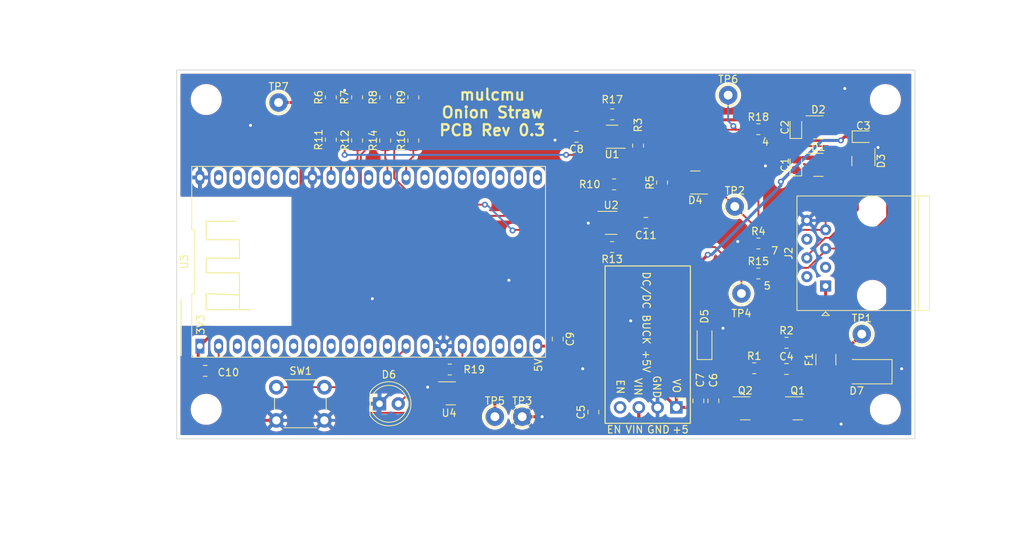
<source format=kicad_pcb>
(kicad_pcb (version 20211014) (generator pcbnew)
  (layers (0 "F.Cu" signal) (31 "B.Cu" signal) (34 "B.Paste" user) (35 "F.Paste" user) (36 "B.SilkS" user "B.Silkscreen") (37 "F.SilkS" user "F.Silkscreen") (38 "B.Mask" user) (39 "F.Mask" user) (44 "Edge.Cuts" user))
  (net 0 "")
  (net 1 "+5V")
  (net 2 "Net-(C4-Pad2)")
  (net 3 "GEA_HalfDplx")
  (net 4 "GEA_FullRx")
  (net 5 "GEA_FullTx")
  (net 7 "Net-(D4-Pad2)")
  (net 8 "Net-(D4-Pad3)")
  (net 9 "VDC")
  (net 14 "Net-(R11-Pad2)")
  (net 15 "Net-(R12-Pad2)")
  (net 16 "Net-(R14-Pad2)")
  (net 17 "Net-(R16-Pad2)")
  (net 18 "Net-(R11-Pad1)")
  (net 19 "Net-(R12-Pad1)")
  (net 20 "Net-(R13-Pad1)")
  (net 21 "Net-(R14-Pad1)")
  (net 22 "Net-(R16-Pad1)")
  (net 23 "Net-(R17-Pad1)")
  (net 24 "Net-(U3-Pad2)")
  (net 34 "Net-(D6-Pad2)")
  (net 36 "Net-(R19-Pad2)")
  (net 53 "GND")
  (net 54 "+3V3")
  (net 55 "/p2")
  (net 56 "/p3")
  (net 57 "/p1")
  (net 58 "Net-(SW1-Pad2)")
  (footprint "TestPoint:TestPoint_THTPad_D2.5mm_Drill1.2mm" (layer "F.Cu") (at 109.7 28.4)
    (fp_text reference "TP6")
    (fp_text value "TestPoint")
  )
  (footprint "Resistor_SMD:R_0805_2012Metric" (layer "F.Cu") (at 55.88 28.702 90)
    (fp_text reference "R6")
    (fp_text value "10K")
  )
  (footprint "Resistor_SMD:R_0805_2012Metric" (layer "F.Cu") (at 93.98 49 180)
    (fp_text reference "R13")
    (fp_text value "10K")
  )
  (footprint "Resistor_SMD:R_0805_2012Metric" (layer "F.Cu") (at 63.246 34.544 90)
    (fp_text reference "R14")
    (fp_text value "1K")
  )
  (footprint "TestPoint:TestPoint_THTPad_D2.5mm_Drill1.2mm" (layer "F.Cu") (at 81.8 72)
    (fp_text reference "TP3")
    (fp_text value "TestPoint")
  )
  (footprint "Capacitor_SMD:C_0805_2012Metric" (layer "F.Cu") (at 117.602 65.532)
    (fp_text reference "C4")
    (fp_text value "1u")
  )
  (footprint "Capacitor_SMD:C_0805_2012Metric" (layer "F.Cu") (at 107.696 69.85 90)
    (fp_text reference "C6")
    (fp_text value "10u")
  )
  (footprint "Capacitor_SMD:C_0805_2012Metric" (layer "F.Cu") (at 86.614 61.468 -90)
    (fp_text reference "C9")
    (fp_text value "100n")
  )
  (footprint "MountingHole:MountingHole_3.2mm_M3_DIN965" (layer "F.Cu") (at 131 29)
    (fp_text reference "H4" hide)
    (fp_text value "MountingHole")
  )
  (footprint "Diode_SMD:D_SMA" (layer "F.Cu") (at 128.5 65.9 180)
    (fp_text reference "D7")
    (fp_text value "D_TVS")
  )
  (footprint "Resistor_SMD:R_0805_2012Metric" (layer "F.Cu") (at 72 65.6)
    (fp_text reference "R19")
    (fp_text value "220")
  )
  (footprint "Resistor_SMD:R_0805_2012Metric" (layer "F.Cu") (at 97.5 35.25 90)
    (fp_text reference "R3")
    (fp_text value "270k")
  )
  (footprint "Resistor_SMD:R_0805_2012Metric" (layer "F.Cu") (at 113.792 33.02)
    (fp_text reference "R18")
    (fp_text value "1K")
  )
  (footprint "Capacitor_SMD:C_0805_2012Metric" (layer "F.Cu") (at 89.154 34.036 180)
    (fp_text reference "C8")
    (fp_text value "100n")
  )
  (footprint "MountingHole:MountingHole_3.2mm_M3_DIN965" (layer "F.Cu") (at 131 71)
    (fp_text reference "H3" hide)
    (fp_text value "MountingHole")
  )
  (footprint "Resistor_SMD:R_0805_2012Metric" (layer "F.Cu") (at 67.056 34.544 90)
    (fp_text reference "R16")
    (fp_text value "1K")
  )
  (footprint "TestPoint:TestPoint_THTPad_D2.5mm_Drill1.2mm" (layer "F.Cu") (at 127.8 60.8)
    (fp_text reference "TP1")
    (fp_text value "TestPoint")
  )
  (footprint "Capacitor_SMD:C_0805_2012Metric" (layer "F.Cu") (at 105.664 69.85 90)
    (fp_text reference "C7")
    (fp_text value "1u")
  )
  (footprint "Connector_RJ:RJ45_Amphenol_54602-x08_Horizontal" (layer "F.Cu") (at 122.9 54.2825 90)
    (fp_text reference "J2")
    (fp_text value "8P8C")
  )
  (footprint "Diode_SMD:D_SOD-123" (layer "F.Cu") (at 106.5 62 90)
    (fp_text reference "D5")
    (fp_text value "5.2V")
  )
  (footprint "LED_THT:LED_D5.0mm" (layer "F.Cu") (at 62.475 70.25)
    (fp_text reference "D6")
    (fp_text value "LED")
  )
  (footprint "MountingHole:MountingHole_3.2mm_M3_DIN965" (layer "F.Cu") (at 39 29)
    (fp_text reference "H1" hide)
    (fp_text value "MountingHole")
  )
  (footprint "Resistor_SMD:R_0805_2012Metric" (layer "F.Cu") (at 94.25 40.5 180)
    (fp_text reference "R10")
    (fp_text value "10K")
  )
  (footprint "Button_Switch_THT:SW_PUSH_6mm_H13mm" (layer "F.Cu") (at 55 72.5 180)
    (fp_text reference "SW1")
    (fp_text value "SW_Push")
  )
  (footprint "Package_TO_SOT_SMD:SOT-23" (layer "F.Cu") (at 119.126 70.866)
    (fp_text reference "Q1")
    (fp_text value "Si2309CDS")
  )
  (footprint "Package_TO_SOT_SMD:SOT-23-6" (layer "F.Cu") (at 93.8475 45.72)
    (fp_text reference "U2")
    (fp_text value "74LVC2G07_3v3")
  )
  (footprint "Resistor_SMD:R_0805_2012Metric" (layer "F.Cu") (at 59.436 28.702 -90)
    (fp_text reference "R7")
    (fp_text value "10K")
  )
  (footprint "Resistor_SMD:R_0805_2012Metric" (layer "F.Cu") (at 113.2345 65.434)
    (fp_text reference "R1")
    (fp_text value "DNP")
  )
  (footprint "Resistor_SMD:R_1210_3225Metric_Pad1.30x2.65mm_HandSolder" (layer "F.Cu") (at 122.936 64.262 90)
    (fp_text reference "F1")
    (fp_text value "Polyfuse")
  )
  (footprint "Package_TO_SOT_SMD:SOT-23" (layer "F.Cu") (at 128.016 37.338 -90)
    (fp_text reference "D3")
    (fp_text value "BAV99")
  )
  (footprint "Resistor_SMD:R_0805_2012Metric" (layer "F.Cu") (at 63.246 28.702 90)
    (fp_text reference "R8")
    (fp_text value "10K")
  )
  (footprint "Resistor_SMD:R_0805_2012Metric" (layer "F.Cu") (at 113.792 48.514)
    (fp_text reference "R4")
    (fp_text value "1K")
  )
  (footprint "Resistor_SMD:R_0805_2012Metric" (layer "F.Cu") (at 94 31 180)
    (fp_text reference "R17")
    (fp_text value "270k")
  )
  (footprint "Resistor_SMD:R_0805_2012Metric" (layer "F.Cu") (at 55.88 34.4405 90)
    (fp_text reference "R11")
    (fp_text value "1K")
  )
  (footprint "TestPoint:TestPoint_THTPad_D2.5mm_Drill1.2mm" (layer "F.Cu") (at 78.1 72)
    (fp_text reference "TP5")
    (fp_text value "TestPoint")
  )
  (footprint "Package_TO_SOT_SMD:SOT-23" (layer "F.Cu") (at 105.25 40.25 180)
    (fp_text reference "D4")
    (fp_text value "BAV99")
  )
  (footprint "Package_TO_SOT_SMD:SOT-23" (layer "F.Cu") (at 72.136 68.834)
    (fp_text reference "U4")
    (fp_text value "APX803L")
  )
  (footprint "Capacitor_Tantalum_SMD:CP_EIA-1608-10_AVX-L" (layer "F.Cu") (at 128.016 34.036)
    (fp_text reference "C3")
    (fp_text value "100n")
  )
  (footprint "TestPoint:TestPoint_THTPad_D2.5mm_Drill1.2mm" (layer "F.Cu") (at 48.8 29.4)
    (fp_text reference "TP7")
    (fp_text value "TestPoint")
  )
  (footprint "MountingHole:MountingHole_3.2mm_M3_DIN965" (layer "F.Cu") (at 39 71)
    (fp_text reference "H2" hide)
    (fp_text value "MountingHole")
  )
  (footprint "Package_TO_SOT_SMD:SOT-23-6" (layer "F.Cu") (at 93.98 34.036 180)
    (fp_text reference "U1")
    (fp_text value "74LVC2G07")
  )
  (footprint "Resistor_SMD:R_0805_2012Metric" (layer "F.Cu") (at 59.436 34.544 90)
    (fp_text reference "R12")
    (fp_text value "1K")
  )
  (footprint "Capacitor_Tantalum_SMD:CP_EIA-1608-10_AVX-L" (layer "F.Cu") (at 118.872 37.846 90)
    (fp_text reference "C1")
    (fp_text value "100n")
  )
  (footprint "Resistor_SMD:R_0805_2012Metric" (layer "F.Cu") (at 67.056 28.702 90)
    (fp_text reference "R9")
    (fp_text value "10K")
  )
  (footprint "Capacitor_Tantalum_SMD:CP_EIA-1608-10_AVX-L" (layer "F.Cu") (at 118.872 32.766 90)
    (fp_text reference "C2")
    (fp_text value "100n")
  )
  (footprint "Connector_PinHeader_2.54mm:PinHeader_1x04_P2.54mm_Horizontal" (layer "F.Cu") (at 102.6795 70.739 -90)
    (fp_text reference "J1" hide)
    (fp_text value "Conn_01x04")
  )
  (footprint "TestPoint:TestPoint_THTPad_D2.5mm_Drill1.2mm" (layer "F.Cu") (at 110.6 43.5)
    (fp_text reference "TP2")
    (fp_text value "TestPoint")
  )
  (footprint "Library:DIP-38_900_ELL" (layer "F.Cu") (at 61 51)
    (fp_text reference "U3")
    (fp_text value "ESP32")
  )
  (footprint "Capacitor_SMD:C_0805_2012Metric" (layer "F.Cu") (at 38.862 65.786)
    (fp_text reference "C10")
    (fp_text value "10u")
  )
  (footprint "Package_TO_SOT_SMD:SOT-23" (layer "F.Cu") (at 112.014 70.866)
    (fp_text reference "Q2")
    (fp_text value "Si2309CDS")
  )
  (footprint "Resistor_SMD:R_0805_2012Metric" (layer "F.Cu") (at 113.792 52.578)
    (fp_text reference "R15")
    (fp_text value "1K")
  )
  (footprint "Package_TO_SOT_SMD:SOT-23" (layer "F.Cu") (at 121.92 37.846)
    (fp_text reference "D1")
    (fp_text value "BAV99")
  )
  (footprint "Resistor_SMD:R_0805_2012Metric" (layer "F.Cu") (at 117.602 61.976)
    (fp_text reference "R2")
    (fp_text value "1M")
  )
  (footprint "Package_TO_SOT_SMD:SOT-23" (layer "F.Cu") (at 121.92 32.766)
    (fp_text reference "D2")
    (fp_text value "BAV99")
  )
  (footprint "Resistor_SMD:R_0805_2012Metric" (layer "F.Cu") (at 100.75 40.25 90)
    (fp_text reference "R5")
    (fp_text value "4K7")
  )
  (footprint "Capacitor_SMD:C_0805_2012Metric" (layer "F.Cu") (at 98.552 45.72 180)
    (fp_text reference "C11")
    (fp_text value "100n")
  )
  (footprint "TestPoint:TestPoint_THTPad_D2.5mm_Drill1.2mm" (layer "F.Cu") (at 111.5 55.3)
    (fp_text reference "TP4")
    (fp_text value "TestPoint")
  )
  (footprint "Capacitor_SMD:C_0805_2012Metric" (layer "F.Cu") (at 91.44 71.374 90)
    (fp_text reference "C5")
    (fp_text value "10u")
  )
  (gr_line (start 43.5 48) (end 39 48) (layer "F.SilkS") (width 0.15))
  (gr_line (start 39 55.309999) (end 43.5 55.5) (layer "F.SilkS") (width 0.15))
  (gr_line (start 39 45.5) (end 43 45.5) (layer "F.SilkS") (width 0.15))
  (gr_line (start 43.5 55.5) (end 43.5 52.5) (layer "F.SilkS") (width 0.15))
  (gr_line (start 39 48) (end 39 45.5) (layer "F.SilkS") (width 0.15))
  (gr_line (start 45 57.5) (end 39 57.5) (layer "F.SilkS") (width 0.15))
  (gr_line (start 43.5 52.5) (end 39 52.5) (layer "F.SilkS") (width 0.15))
  (gr_line (start 39 50.5) (end 43.5 50.5) (layer "F.SilkS") (width 0.15))
  (gr_line (start 43.5 50.5) (end 43.5 48) (layer "F.SilkS") (width 0.15))
  (gr_line (start 39 57.5) (end 39 55.309999) (layer "F.SilkS") (width 0.15))
  (gr_line (start 39 52.5) (end 39 50.5) (layer "F.SilkS") (width 0.15))
  (gr_line (start 43.5 55.5) (end 43.5 57.5) (layer "F.SilkS") (width 0.15))
  (gr_line (start 135 25) (end 35 25) (layer "Edge.Cuts") (width 0.1))
  (gr_line (start 135 75) (end 135 25) (layer "Edge.Cuts") (width 0.1))
  (gr_line (start 35 75) (end 135 75) (layer "Edge.Cuts") (width 0.1))
  (gr_line (start 35 25) (end 35 75) (layer "Edge.Cuts") (width 0.1))
  (gr_text "7" (at 116 49.5) (layer "F.SilkS") (effects (font (size 1 1))))
  (gr_text "5V" (at 84 65 90) (layer "F.SilkS") (effects (font (size 1 1))))
  (gr_text "5" (at 115 54.25) (layer "F.SilkS") (effects (font (size 1 1))))
  (gr_text "EN" (at 94.25 73.75) (layer "F.SilkS") (effects (font (size 1 1))))
  (gr_text "4" (at 114.75 34.75) (layer "F.SilkS") (effects (font (size 1 1))))
  (gr_text "VIN" (at 97 73.75) (layer "F.SilkS") (effects (font (size 1 1))))
  (gr_text "GND" (at 100.25 73.75) (layer "F.SilkS") (effects (font (size 1 1))))
  (gr_text "mulcmu\nOnion Straw\nPCB Rev 0.3" (at 77.75 30.75) (layer "F.SilkS") (effects (font (size 1.5 1.5) (thickness 0.3))))
  (gr_text "3V3\n" (at 38.25 59.5 90) (layer "F.SilkS") (effects (font (size 1 1))))
  (gr_text "+5" (at 103.25 73.75) (layer "F.SilkS") (effects (font (size 1 1))))
  (segment (start 120.9825 38.796) (end 119.8715 38.796) (width 0.4064) (layer "F.Cu") (net 1))
  (segment (start 93.90772 31.82022) (end 93.90772 33.464944) (width 0.4064) (layer "F.Cu") (net 1))
  (segment (start 125.476 34.036) (end 127.3035 34.036) (width 0.4064) (layer "F.Cu") (net 1))
  (segment (start 127.066 34.2735) (end 127.3035 34.036) (width 0.4064) (layer "F.Cu") (net 1))
  (segment (start 73.0735 68.834) (end 78.166 68.834) (width 0.4064) (layer "F.Cu") (net 1))
  (segment (start 93.0875 31) (end 93.90772 31.82022) (width 0.4064) (layer "F.Cu") (net 1))
  (segment (start 97.298085 31.75) (end 95.445365 29.89728) (width 0.4064) (layer "F.Cu") (net 1))
  (segment (start 102.6795 70.739) (end 102.6795 67.9295) (width 0.4064) (layer "F.Cu") (net 1))
  (segment (start 120.9825 34.4655) (end 120.904 34.544) (width 0.4064) (layer "F.Cu") (net 1))
  (segment (start 78.166 68.834) (end 90.17 68.834) (width 0.4064) (layer "F.Cu") (net 1))
  (segment (start 118.811415 33.4785) (end 117.082915 31.75) (width 0.4064) (layer "F.Cu") (net 1))
  (segment (start 118.872 33.4785) (end 119.9375 34.544) (width 0.4064) (layer "F.Cu") (net 1))
  (segment (start 86.614 62.418) (end 93.0675 55.9645) (width 0.4064) (layer "F.Cu") (net 1))
  (segment (start 86.602 62.43) (end 86.614 62.418) (width 0.4064) (layer "F.Cu") (net 1))
  (segment (start 95.445365 29.89728) (end 94.19022 29.89728) (width 0.4064) (layer "F.Cu") (net 1))
  (segment (start 94.19022 29.89728) (end 93.0875 31) (width 0.4064) (layer "F.Cu") (net 1))
  (segment (start 90.17 68.834) (end 86.614 68.834) (width 0.4064) (layer "F.Cu") (net 1))
  (segment (start 116.84 40.132) (end 118.4135 38.5585) (width 0.4064) (layer "F.Cu") (net 1))
  (segment (start 118.872 33.4785) (end 118.811415 33.4785) (width 0.4064) (layer "F.Cu") (net 1))
  (segment (start 119.8715 38.796) (end 119.634 38.5585) (width 0.4064) (layer "F.Cu") (net 1))
  (segment (start 118.4135 38.5585) (end 118.872 38.5585) (width 0.4064) (layer "F.Cu") (net 1))
  (segment (start 78.1 72) (end 78.1 68.9) (width 0.4064) (layer "F.Cu") (net 1))
  (segment (start 93.90772 34.607056) (end 93.90772 39.92978) (width 0.4064) (layer "F.Cu") (net 1))
  (segment (start 118.872 38.5585) (end 119.634 38.5585) (width 0.4064) (layer "F.Cu") (net 1))
  (segment (start 78.1 68.9) (end 78.166 68.834) (width 0.4064) (layer "F.Cu") (net 1))
  (segment (start 93.336664 34.036) (end 92.8425 34.036) (width 0.4064) (layer "F.Cu") (net 1))
  (segment (start 119.9375 34.544) (end 120.904 34.544) (width 0.4064) (layer "F.Cu") (net 1))
  (segment (start 102.6795 54.2925) (end 106.934 50.038) (width 0.4064) (layer "F.Cu") (net 1))
  (segment (start 102.6795 70.739) (end 100.7745 68.834) (width 0.4064) (layer "F.Cu") (net 1))
  (segment (start 92.8425 34.036) (end 90.104 34.036) (width 0.4064) (layer "F.Cu") (net 1))
  (segment (start 93.336664 34.036) (end 93.90772 34.607056) (width 0.4064) (layer "F.Cu") (net 1))
  (segment (start 124.968 34.544) (end 125.476 34.036) (width 0.4064) (layer "F.Cu") (net 1))
  (segment (start 127.066 36.4005) (end 127.066 34.2735) (width 0.4064) (layer "F.Cu") (net 1))
  (segment (start 83.86 62.43) (end 86.602 62.43) (width 0.4064) (layer "F.Cu") (net 1))
  (segment (start 102.6795 67.9295) (end 102.6795 54.2925) (width 0.4064) (layer "F.Cu") (net 1))
  (segment (start 106.5 64.109) (end 102.6795 67.9295) (width 0.4064) (layer "F.Cu") (net 1))
  (segment (start 117.082915 31.75) (end 97.298085 31.75) (width 0.4064) (layer "F.Cu") (net 1))
  (segment (start 102.6795 70.739) (end 105.603 70.739) (width 0.4064) (layer "F.Cu") (net 1))
  (segment (start 86.614 68.834) (end 86.614 62.418) (width 0.4064) (layer "F.Cu") (net 1))
  (segment (start 93.90772 39.92978) (end 93.3375 40.5) (width 0.4064) (layer "F.Cu") (net 1))
  (segment (start 93.90772 33.464944) (end 93.336664 34.036) (width 0.4064) (layer "F.Cu") (net 1))
  (segment (start 106.5 63.75) (end 106.5 64.109) (width 0.4064) (layer "F.Cu") (net 1))
  (segment (start 120.9825 33.716) (end 120.9825 34.4655) (width 0.4064) (layer "F.Cu") (net 1))
  (segment (start 93.0675 49) (end 93.0675 55.9645) (width 0.4064) (layer "F.Cu") (net 1))
  (segment (start 120.904 34.544) (end 124.968 34.544) (width 0.4064) (layer "F.Cu") (net 1))
  (segment (start 105.603 70.739) (end 105.664 70.8) (width 0.4064) (layer "F.Cu") (net 1))
  (segment (start 105.664 70.8) (end 107.696 70.8) (width 0.4064) (layer "F.Cu") (net 1))
  (segment (start 100.7745 68.834) (end 90.17 68.834) (width 0.4064) (layer "F.Cu") (net 1))
  (via (at 124.968 34.544) (size 0.8) (drill 0.4) (layers "F.Cu" "B.Cu") (net 1))
  (via (at 106.934 50.038) (size 0.8) (drill 0.4) (layers "F.Cu" "B.Cu") (net 1))
  (via (at 116.84 40.132) (size 0.8) (drill 0.4) (layers "F.Cu" "B.Cu") (net 1))
  (segment (start 106.934 50.038) (end 107.459948 50.038) (width 0.4064) (layer "B.Cu") (net 1))
  (segment (start 116.84 40.132) (end 122.428 34.544) (width 0.4064) (layer "B.Cu") (net 1))
  (segment (start 116.84 40.657948) (end 116.84 40.132) (width 0.4064) (layer "B.Cu") (net 1))
  (segment (start 107.459948 50.038) (end 116.84 40.657948) (width 0.4064) (layer "B.Cu") (net 1))
  (segment (start 122.428 34.544) (end 124.968 34.544) (width 0.4064) (layer "B.Cu") (net 1))
  (segment (start 112.522 64.262) (end 112.322 64.462) (width 0.25) (layer "F.Cu") (net 2))
  (segment (start 118.552 65.532) (end 118.552 62.0135) (width 0.25) (layer "F.Cu") (net 2))
  (segment (start 111.0765 66.6795) (end 112.322 65.434) (width 0.25) (layer "F.Cu") (net 2))
  (segment (start 111.0765 69.916) (end 111.0765 66.6795) (width 0.25) (layer "F.Cu") (net 2))
  (segment (start 118.552 65.532) (end 118.552 64.808507) (width 0.25) (layer "F.Cu") (net 2))
  (segment (start 118.005493 64.262) (end 112.522 64.262) (width 0.25) (layer "F.Cu") (net 2))
  (segment (start 118.552 64.808507) (end 118.005493 64.262) (width 0.25) (layer "F.Cu") (net 2))
  (segment (start 118.552 62.0135) (end 118.5145 61.976) (width 0.25) (layer "F.Cu") (net 2))
  (segment (start 112.322 64.462) (end 112.322 65.434) (width 0.25) (layer "F.Cu") (net 2))
  (segment (start 117.094 48.514) (end 118.9455 46.6625) (width 0.25) (layer "F.Cu") (net 3))
  (segment (start 122.9 46.6625) (end 122.9 37.8885) (width 0.25) (layer "F.Cu") (net 3))
  (segment (start 122.9 37.8885) (end 122.8575 37.846) (width 0.25) (layer "F.Cu") (net 3))
  (segment (start 114.7045 48.514) (end 117.094 48.514) (width 0.25) (layer "F.Cu") (net 3))
  (segment (start 118.9455 46.6625) (end 122.9 46.6625) (width 0.25) (layer "F.Cu") (net 3))
  (segment (start 126.962395 49.2025) (end 131.224521 44.940374) (width 0.25) (layer "F.Cu") (net 4))
  (segment (start 119.126 51.816) (end 120.536089 51.816) (width 0.25) (layer "F.Cu") (net 4))
  (segment (start 122.9 49.2025) (end 126.962395 49.2025) (width 0.25) (layer "F.Cu") (net 4))
  (segment (start 131.224521 34.958521) (end 129.032 32.766) (width 0.25) (layer "F.Cu") (net 4))
  (segment (start 120.536089 51.816) (end 122.9 49.452089) (width 0.25) (layer "F.Cu") (net 4))
  (segment (start 118.364 52.578) (end 119.126 51.816) (width 0.25) (layer "F.Cu") (net 4))
  (segment (start 131.224521 44.940374) (end 131.224521 34.958521) (width 0.25) (layer "F.Cu") (net 4))
  (segment (start 129.032 32.766) (end 122.8575 32.766) (width 0.25) (layer "F.Cu") (net 4))
  (segment (start 122.9 49.452089) (end 122.9 49.2025) (width 0.25) (layer "F.Cu") (net 4))
  (segment (start 114.7045 52.578) (end 118.364 52.578) (width 0.25) (layer "F.Cu") (net 4))
  (segment (start 123.19 35.306) (end 126.1595 38.2755) (width 0.25) (layer "F.Cu") (net 5))
  (segment (start 128.016 40.64) (end 128.016 38.2755) (width 0.25) (layer "F.Cu") (net 5))
  (segment (start 115.824 33.02) (end 118.11 35.306) (width 0.25) (layer "F.Cu") (net 5))
  (segment (start 120.36 50.222911) (end 122.8459 47.737011) (width 0.25) (layer "F.Cu") (net 5))
  (segment (start 120.36 50.4725) (end 120.36 50.222911) (width 0.25) (layer "F.Cu") (net 5))
  (segment (start 118.11 35.306) (end 123.19 35.306) (width 0.25) (layer "F.Cu") (net 5))
  (segment (start 123.458989 47.737011) (end 127.275479 43.920521) (width 0.25) (layer "F.Cu") (net 5))
  (segment (start 126.1595 38.2755) (end 128.016 38.2755) (width 0.25) (layer "F.Cu") (net 5))
  (segment (start 122.8459 47.737011) (end 123.458989 47.737011) (width 0.25) (layer "F.Cu") (net 5))
  (segment (start 114.7045 33.02) (end 115.824 33.02) (width 0.25) (layer "F.Cu") (net 5))
  (segment (start 127.275479 43.920521) (end 127.275479 41.380521) (width 0.25) (layer "F.Cu") (net 5))
  (segment (start 127.275479 41.380521) (end 128.016 40.64) (width 0.25) (layer "F.Cu") (net 5))
  (segment (start 108.896 41.796) (end 108.896 39.3) (width 0.25) (layer "F.Cu") (net 7))
  (segment (start 112.8795 48.514) (end 113.8 47.5935) (width 0.25) (layer "F.Cu") (net 7))
  (segment (start 110.8 39.3) (end 108.896 39.3) (width 0.25) (layer "F.Cu") (net 7))
  (segment (start 108.896 39.3) (end 97.55 39.3) (width 0.25) (layer "F.Cu") (net 7))
  (segment (start 95.1175 36.8675) (end 95.1175 34.986) (width 0.25) (layer "F.Cu") (net 7))
  (segment (start 112.8795 48.514) (end 112.8795 45.7795) (width 0.25) (layer "F.Cu") (net 7))
  (segment (start 95.1175 34.986) (end 95.1175 36.1175) (width 0.25) (layer "F.Cu") (net 7))
  (segment (start 95.1625 36.1625) (end 97.5 36.1625) (width 0.25) (layer "F.Cu") (net 7))
  (segment (start 110.6 43.5) (end 108.896 41.796) (width 0.25) (layer "F.Cu") (net 7))
  (segment (start 112.8795 45.7795) (end 110.6 43.5) (width 0.25) (layer "F.Cu") (net 7))
  (segment (start 95.1175 36.1175) (end 95.1625 36.1625) (width 0.25) (layer "F.Cu") (net 7))
  (segment (start 113.8 42.3) (end 110.8 39.3) (width 0.25) (layer "F.Cu") (net 7))
  (segment (start 97.55 39.3) (end 95.1175 36.8675) (width 0.25) (layer "F.Cu") (net 7))
  (segment (start 113.8 47.5935) (end 113.8 42.3) (width 0.25) (layer "F.Cu") (net 7))
  (segment (start 100.5625 40.5) (end 100.75 40.5) (width 0.25) (layer "F.Cu") (net 8))
  (segment (start 104.5 40.25) (end 104.42452 40.17452) (width 0.25) (layer "F.Cu") (net 8))
  (segment (start 100.75 40.5) (end 101.07548 40.17452) (width 0.25) (layer "F.Cu") (net 8))
  (segment (start 104.3125 40.25) (end 104.5 40.25) (width 0.25) (layer "F.Cu") (net 8))
  (segment (start 100.75 40.5) (end 100.75 41.1625) (width 0.25) (layer "F.Cu") (net 8))
  (segment (start 94.985 44.77) (end 94.985 40.6775) (width 0.25) (layer "F.Cu") (net 8))
  (segment (start 104.42452 40.17452) (end 101.07548 40.17452) (width 0.25) (layer "F.Cu") (net 8))
  (segment (start 95.1625 40.5) (end 100.5625 40.5) (width 0.25) (layer "F.Cu") (net 8))
  (segment (start 94.985 40.6775) (end 95.1625 40.5) (width 0.25) (layer "F.Cu") (net 8))
  (segment (start 125.9 62.7) (end 122.948 62.7) (width 0.4064) (layer "F.Cu") (net 9))
  (segment (start 122.9 54.2825) (end 122.9 62.676) (width 0.4064) (layer "F.Cu") (net 9))
  (segment (start 122.948 62.7) (end 122.936 62.712) (width 0.4064) (layer "F.Cu") (net 9))
  (segment (start 122.9 62.676) (end 122.936 62.712) (width 0.4064) (layer "F.Cu") (net 9))
  (segment (start 127.8 60.8) (end 125.9 62.7) (width 0.4064) (layer "F.Cu") (net 9))
  (segment (start 57.75 35.398) (end 55.88 33.528) (width 0.25) (layer "F.Cu") (net 14))
  (segment (start 57.75 36.5) (end 57.75 35.398) (width 0.25) (layer "F.Cu") (net 14))
  (segment (start 91.3285 36.5) (end 87.75 36.5) (width 0.25) (layer "F.Cu") (net 14))
  (segment (start 55.88 29.6145) (end 55.88 33.528) (width 0.25) (layer "F.Cu") (net 14))
  (segment (start 92.8425 34.986) (end 91.3285 36.5) (width 0.25) (layer "F.Cu") (net 14))
  (via (at 57.75 36.5) (size 0.8) (drill 0.4) (layers "F.Cu" "B.Cu") (net 14))
  (via (at 87.75 36.5) (size 0.8) (drill 0.4) (layers "F.Cu" "B.Cu") (net 14))
  (segment (start 87.75 36.5) (end 57.75 36.5) (width 0.25) (layer "B.Cu") (net 14))
  (segment (start 60.46052 34.65602) (end 59.436 33.6315) (width 0.25) (layer "F.Cu") (net 15))
  (segment (start 59.94952 40.917948) (end 59.94952 36.467973) (width 0.25) (layer "F.Cu") (net 15))
  (segment (start 60.46052 35.956973) (end 60.46052 34.65602) (width 0.25) (layer "F.Cu") (net 15))
  (segment (start 92.71 44.77) (end 63.801572 44.77) (width 0.25) (layer "F.Cu") (net 15))
  (segment (start 63.801572 44.77) (end 59.94952 40.917948) (width 0.25) (layer "F.Cu") (net 15))
  (segment (start 59.94952 36.467973) (end 60.46052 35.956973) (width 0.25) (layer "F.Cu") (net 15))
  (segment (start 59.436 29.6145) (end 59.436 33.6315) (width 0.25) (layer "F.Cu") (net 15))
  (segment (start 64.46452 34.85002) (end 63.246 33.6315) (width 0.25) (layer "F.Cu") (net 16))
  (segment (start 64.46452 39.661988) (end 64.46452 34.85002) (width 0.25) (layer "F.Cu") (net 16))
  (segment (start 63.246 29.6145) (end 63.246 33.6315) (width 0.25) (layer "F.Cu") (net 16))
  (segment (start 68.052532 43.25) (end 64.46452 39.661988) (width 0.25) (layer "F.Cu") (net 16))
  (segment (start 92.71 46.67) (end 80.58 46.67) (width 0.25) (layer "F.Cu") (net 16))
  (segment (start 80.58 46.67) (end 80.5 46.75) (width 0.25) (layer "F.Cu") (net 16))
  (segment (start 76.75 43.25) (end 68.052532 43.25) (width 0.25) (layer "F.Cu") (net 16))
  (via (at 80.5 46.75) (size 0.8) (drill 0.4) (layers "F.Cu" "B.Cu") (net 16))
  (via (at 76.75 43.25) (size 0.8) (drill 0.4) (layers "F.Cu" "B.Cu") (net 16))
  (segment (start 80.5 46.75) (end 77 43.25) (width 0.25) (layer "B.Cu") (net 16))
  (segment (start 77 43.25) (end 76.75 43.25) (width 0.25) (layer "B.Cu") (net 16))
  (segment (start 67.056 29.6145) (end 67.056 33.6315) (width 0.25) (layer "F.Cu") (net 17))
  (segment (start 67.70102 32.98648) (end 92.74298 32.98648) (width 0.25) (layer "F.Cu") (net 17))
  (segment (start 92.74298 32.98648) (end 92.8425 33.086) (width 0.25) (layer "F.Cu") (net 17))
  (segment (start 67.056 33.6315) (end 67.70102 32.98648) (width 0.25) (layer "F.Cu") (net 17))
  (segment (start 55.92 39.57) (end 55.92 35.393) (width 0.25) (layer "F.Cu") (net 18))
  (segment (start 55.92 35.393) (end 55.88 35.353) (width 0.25) (layer "F.Cu") (net 18))
  (segment (start 59.5 35.5205) (end 59.436 35.4565) (width 0.25) (layer "F.Cu") (net 19))
  (segment (start 59.5 37) (end 59.5 35.5205) (width 0.25) (layer "F.Cu") (net 19))
  (segment (start 58.46 39.57) (end 58.46 38.04) (width 0.25) (layer "F.Cu") (net 19))
  (segment (start 58.46 38.04) (end 59.5 37) (width 0.25) (layer "F.Cu") (net 19))
  (segment (start 108.089 49.161) (end 111.506 52.578) (width 0.25) (layer "F.Cu") (net 20))
  (segment (start 111.5 52.584) (end 111.506 52.578) (width 0.25) (layer "F.Cu") (net 20))
  (segment (start 111.506 52.578) (end 112.8795 52.578) (width 0.25) (layer "F.Cu") (net 20))
  (segment (start 94.8925 49) (end 107.928 49) (width 0.25) (layer "F.Cu") (net 20))
  (segment (start 111.5 55.3) (end 111.5 52.584) (width 0.25) (layer "F.Cu") (net 20))
  (segment (start 107.928 49) (end 108.089 49.161) (width 0.25) (layer "F.Cu") (net 20))
  (segment (start 94.985 46.67) (end 94.985 48.9075) (width 0.25) (layer "F.Cu") (net 20))
  (segment (start 94.8925 49) (end 94.985 48.9075) (width 0.25) (layer "F.Cu") (net 20))
  (segment (start 63.246 35.4565) (end 63.246 36.996) (width 0.25) (layer "F.Cu") (net 21))
  (segment (start 63.246 36.996) (end 63.54 37.29) (width 0.25) (layer "F.Cu") (net 21))
  (segment (start 63.54 37.29) (end 63.54 39.57) (width 0.25) (layer "F.Cu") (net 21))
  (segment (start 66.08 37.67) (end 66.08 39.57) (width 0.25) (layer "F.Cu") (net 22))
  (segment (start 67.056 35.4565) (end 67.056 36.694) (width 0.25) (layer "F.Cu") (net 22))
  (segment (start 67.056 36.694) (end 66.08 37.67) (width 0.25) (layer "F.Cu") (net 22))
  (segment (start 110.714 33.086) (end 110.714 32.914) (width 0.25) (layer "F.Cu") (net 23))
  (segment (start 95.1175 33.086) (end 95.1175 31.205) (width 0.25) (layer "F.Cu") (net 23))
  (segment (start 110.714 33.086) (end 95.1175 33.086) (width 0.25) (layer "F.Cu") (net 23))
  (segment (start 110.714 32.914) (end 110.4 32.6) (width 0.25) (layer "F.Cu") (net 23))
  (segment (start 95.1175 31.205) (end 94.9125 31) (width 0.25) (layer "F.Cu") (net 23))
  (segment (start 112.8795 33.02) (end 112.8135 33.086) (width 0.25) (layer "F.Cu") (net 23))
  (segment (start 112.8135 33.086) (end 110.714 33.086) (width 0.25) (layer "F.Cu") (net 23))
  (via (at 110.4 32.6) (size 0.8) (drill 0.4) (layers "F.Cu" "B.Cu") (net 23))
  (segment (start 110.4 32.6) (end 109.7 31.9) (width 0.25) (layer "B.Cu") (net 23))
  (segment (start 109.7 31.9) (end 109.7 28.4) (width 0.25) (layer "B.Cu") (net 23))
  (segment (start 56.484 69.784) (end 45.908 69.784) (width 0.25) (layer "F.Cu") (net 24))
  (segment (start 45.908 69.784) (end 40.68 64.556) (width 0.25) (layer "F.Cu") (net 24))
  (segment (start 58.174511 71.474511) (end 56.484 69.784) (width 0.25) (layer "F.Cu") (net 24))
  (segment (start 69.507989 71.474511) (end 58.174511 71.474511) (width 0.25) (layer "F.Cu") (net 24))
  (segment (start 40.68 64.556) (end 40.68 62.43) (width 0.25) (layer "F.Cu") (net 24))
  (segment (start 71.1985 69.784) (end 69.507989 71.474511) (width 0.25) (layer "F.Cu") (net 24))
  (segment (start 69.665 65.6) (end 65.015 70.25) (width 0.25) (layer "F.Cu") (net 34))
  (segment (start 71.0875 65.6) (end 69.665 65.6) (width 0.25) (layer "F.Cu") (net 34))
  (segment (start 73.7 62.43) (end 73.7 63.9) (width 0.25) (layer "F.Cu") (net 36))
  (segment (start 72.9125 64.6875) (end 72.9125 65.6) (width 0.25) (layer "F.Cu") (net 36))
  (segment (start 73.7 63.9) (end 72.9125 64.6875) (width 0.25) (layer "F.Cu") (net 36))
  (segment (start 120.25 67.8545) (end 120.25 62.075915) (width 0.4064) (layer "F.Cu") (net 53))
  (segment (start 88.204 34.036) (end 86.714 34.036) (width 0.4064) (layer "F.Cu") (net 53))
  (segment (start 114.1 38) (end 113.53375 38.56625) (width 0.4064) (layer "F.Cu") (net 53))
  (segment (start 86.614 60.114) (end 80 53.5) (width 0.4064) (layer "F.Cu") (net 53))
  (segment (start 81.8 72) (end 84.5 72) (width 0.4064) (layer "F.Cu") (net 53))
  (segment (start 86.614 60.518) (end 86.614 60.114) (width 0.4064) (layer "F.Cu") (net 53))
  (segment (start 114.75 38) (end 114.1 38) (width 0.4064) (layer "F.Cu") (net 53))
  (segment (start 57.7895 27.7895) (end 57.75 27.75) (width 0.4064) (layer "F.Cu") (net 53))
  (segment (start 109 67.596) (end 109 60) (width 0.4064) (layer "F.Cu") (net 53))
  (segment (start 118 59.825915) (end 116.6895 61.136415) (width 0.4064) (layer "F.Cu") (net 53))
  (segment (start 107.696 68.9) (end 109 67.596) (width 0.4064) (layer "F.Cu") (net 53))
  (segment (start 69.116 67.884) (end 69 68) (width 0.4064) (layer "F.Cu") (net 53))
  (segment (start 110.976 61.976) (end 109 60) (width 0.4064) (layer "F.Cu") (net 53))
  (segment (start 59.436 27.7895) (end 57.7895 27.7895) (width 0.4064) (layer "F.Cu") (net 53))
  (segment (start 90.78 45.72) (end 90.75 45.75) (width 0.4064) (layer "F.Cu") (net 53))
  (segment (start 119.1095 36.896) (end 118.872 37.1335) (width 0.4064) (layer "F.Cu") (net 53))
  (segment (start 108.47 45.72) (end 111 48.25) (width 0.4064) (layer "F.Cu") (net 53))
  (segment (start 113.53375 38.56625) (end 120.36 45.3925) (width 0.4064) (layer "F.Cu") (net 53))
  (segment (start 118.1885 69.916) (end 120.25 67.8545) (width 0.4064) (layer "F.Cu") (net 53))
  (segment (start 116.6895 61.976) (end 110.976 61.976) (width 0.4064) (layer "F.Cu") (net 53))
  (segment (start 39.812 66.062) (end 46.25 72.5) (width 0.4064) (layer "F.Cu") (net 53))
  (segment (start 120.25 62.075915) (end 118 59.825915) (width 0.4064) (layer "F.Cu") (net 53))
  (segment (start 109.305 34.3375) (end 113.53375 38.56625) (width 0.4064) (layer "F.Cu") (net 53))
  (segment (start 46.25 72.5) (end 55 72.5) (width 0.4064) (layer "F.Cu") (net 53))
  (segment (start 121.184 31.816) (end 125.5 27.5) (width 0.4064) (layer "F.Cu") (net 53))
  (segment (start 108.75 60.25) (end 109 60) (width 0.4064) (layer "F.Cu") (net 53))
  (segment (start 92.71 45.72) (end 90.78 45.72) (width 0.4064) (layer "F.Cu") (net 53))
  (segment (start 105.664 68.9) (end 107.696 68.9) (width 0.4064) (layer "F.Cu") (net 53))
  (segment (start 39.812 65.786) (end 39.812 66.062) (width 0.4064) (layer "F.Cu") (net 53))
  (segment (start 120.745 32.0535) (end 120.9825 31.816) (width 0.4064) (layer "F.Cu") (net 53))
  (segment (start 128.7285 36.163) (end 128.966 36.4005) (width 0.4064) (layer "F.Cu") (net 53))
  (segment (start 132.8 65.9) (end 133.2 65.5) (width 0.4064) (layer "F.Cu") (net 53))
  (segment (start 116.6895 61.136415) (end 116.6895 61.976) (width 0.4064) (layer "F.Cu") (net 53))
  (segment (start 115.6165 37.1335) (end 118.872 37.1335) (width 0.4064) (layer "F.Cu") (net 53))
  (segment (start 114.75 38) (end 115.6165 37.1335) (width 0.4064) (layer "F.Cu") (net 53))
  (segment (start 120.9825 36.896) (end 119.1095 36.896) (width 0.4064) (layer "F.Cu") (net 53))
  (segment (start 130.5 65.9) (end 132.8 65.9) (width 0.4064) (layer "F.Cu") (net 53))
  (segment (start 86.076 70.424) (end 84.5 72) (width 0.4064) (layer "F.Cu") (net 53))
  (segment (start 129.0995 36.4005) (end 130 35.5) (width 0.4064) (layer "F.Cu") (net 53))
  (segment (start 99.502 45.72) (end 108.47 45.72) (width 0.4064) (layer "F.Cu") (net 53))
  (segment (start 95.1175 34.036) (end 97.1985 34.036) (width 0.4064) (layer "F.Cu") (net 53))
  (segment (start 128.7285 34.036) (end 128.7285 36.163) (width 0.4064) (layer "F.Cu") (net 53))
  (segment (start 97.1985 34.036) (end 97.5 34.3375) (width 0.4064) (layer "F.Cu") (net 53))
  (segment (start 71.1985 67.884) (end 69.116 67.884) (width 0.4064) (layer "F.Cu") (net 53))
  (segment (start 86.714 34.036) (end 86.25 34.5) (width 0.4064) (layer "F.Cu") (net 53))
  (segment (start 91.44 70.424) (end 86.076 70.424) (width 0.4064) (layer "F.Cu") (net 53))
  (segment (start 128.966 36.4005) (end 129.0995 36.4005) (width 0.4064) (layer "F.Cu") (net 53))
  (segment (start 118.872 32.0535) (end 120.745 32.0535) (width 0.4064) (layer "F.Cu") (net 53))
  (segment (start 106.5 60.25) (end 108.75 60.25) (width 0.4064) (layer "F.Cu") (net 53))
  (segment (start 97.5 34.3375) (end 109.305 34.3375) (width 0.4064) (layer "F.Cu") (net 53))
  (segment (start 120.9825 31.816) (end 121.184 31.816) (width 0.4064) (layer "F.Cu") (net 53))
  (via (at 125.5 27.5) (size 0.8) (drill 0.4) (layers "F.Cu" "B.Cu") (net 53))
  (via (at 109 60) (size 0.8) (drill 0.4) (layers "F.Cu" "B.Cu") (net 53))
  (via (at 69 68) (size 0.8) (drill 0.4) (layers "F.Cu" "B.Cu") (net 53))
  (via (at 86.25 34.5) (size 0.8) (drill 0.4) (layers "F.Cu" "B.Cu") (net 53))
  (via (at 130 35.5) (size 0.8) (drill 0.4) (layers "F.Cu" "B.Cu") (net 53))
  (via (at 84.5 72) (size 0.8) (drill 0.4) (layers "F.Cu" "B.Cu") (net 53))
  (via (at 125 73) (size 0.8) (drill 0.4) (layers "F.Cu" "B.Cu") (net 53))
  (via (at 133.2 65.5) (size 0.8) (drill 0.4) (layers "F.Cu" "B.Cu") (net 53))
  (via (at 45 32.5) (size 0.8) (drill 0.4) (layers "F.Cu" "B.Cu") (net 53))
  (via (at 90.75 45.75) (size 0.8) (drill 0.4) (layers "F.Cu" "B.Cu") (net 53))
  (via (at 80 53.5) (size 0.8) (drill 0.4) (layers "F.Cu" "B.Cu") (net 53))
  (via (at 61.5 56) (size 0.8) (drill 0.4) (layers "F.Cu" "B.Cu") (net 53))
  (via (at 90 65.5) (size 0.8) (drill 0.4) (layers "F.Cu" "B.Cu") (net 53))
  (via (at 114.75 38) (size 0.8) (drill 0.4) (layers "F.Cu" "B.Cu") (net 53))
  (via (at 111 48.25) (size 0.8) (drill 0.4) (layers "F.Cu" "B.Cu") (net 53))
  (via (at 96.5 59) (size 0.8) (drill 0.4) (layers "F.Cu" "B.Cu") (net 53))
  (via (at 57.75 27.75) (size 0.8) (drill 0.4) (layers "F.Cu" "B.Cu") (net 53))
  (segment (start 133.2 65.5) (end 131.302721 63.602721) (width 0.4064) (layer "B.Cu") (net 53))
  (segment (start 117.5025 48.25) (end 120.36 45.3925) (width 0.4064) (layer "B.Cu") (net 53))
  (segment (start 53.38 39.57) (end 53.38 47.88) (width 0.4064) (layer "B.Cu") (net 53))
  (segment (start 111 48.25) (end 117.5025 48.25) (width 0.4064) (layer "B.Cu") (net 53))
  (segment (start 53.38 39.57) (end 53.38 32.88) (width 0.4064) (layer "B.Cu") (net 53))
  (segment (start 131.302721 52.552721) (end 124.1425 45.3925) (width 0.4064) (layer "B.Cu") (net 53))
  (segment (start 71.16 62.34) (end 71.16 62.43) (width 0.4064) (layer "B.Cu") (net 53))
  (segment (start 90.75 45.75) (end 83 53.5) (width 0.4064) (layer "B.Cu") (net 53))
  (segment (start 111 48.25) (end 109 50.25) (width 0.4064) (layer "B.Cu") (net 53))
  (segment (start 80 53.5) (end 71.16 62.34) (width 0.4064) (layer "B.Cu") (net 53))
  (segment (start 84.5 71) (end 84.5 72) (width 0.4064) (layer "B.Cu") (net 53))
  (segment (start 90 63.5) (end 90 65.5) (width 0.4064) (layer "B.Cu") (net 53))
  (segment (start 53.38 32.88) (end 53 32.5) (width 0.4064) (layer "B.Cu") (net 53))
  (segment (start 90 65.5) (end 84.5 71) (width 0.4064) (layer "B.Cu") (net 53))
  (segment (start 114.75 38) (end 125.25 27.5) (width 0.4064) (layer "B.Cu") (net 53))
  (segment (start 64.725 68) (end 69 68) (width 0.4064) (layer "B.Cu") (net 53))
  (segment (start 125.5 31) (end 125.5 27.5) (width 0.4064) (layer "B.Cu") (net 53))
  (segment (start 38.14 39.57) (end 38.14 36.36) (width 0.4064) (layer "B.Cu") (net 53))
  (segment (start 53.38 47.88) (end 61.5 56) (width 0.4064) (layer "B.Cu") (net 53))
  (segment (start 90 65.5) (end 103.5 65.5) (width 0.4064) (layer "B.Cu") (net 53))
  (segment (start 62.475 70.25) (end 64.725 68) (width 0.4064) (layer "B.Cu") (net 53))
  (segment (start 133.2 65.5) (end 131 65.5) (width 0.4064) (layer "B.Cu") (net 53))
  (segment (start 86.25 34.5) (end 84 34.5) (width 0.4064) (layer "B.Cu") (net 53))
  (segment (start 61.09 72.5) (end 62.475 71.115) (width 0.4064) (layer "B.Cu") (net 53))
  (segment (start 80 53.5) (end 90 63.5) (width 0.4064) (layer "B.Cu") (net 53))
  (segment (start 71.16 65.84) (end 71.16 62.43) (width 0.4064) (layer "B.Cu") (net 53))
  (segment (start 69 68) (end 71.16 65.84) (width 0.4064) (layer "B.Cu") (net 53))
  (segment (start 125.25 27.5) (end 125.5 27.5) (width 0.4064) (layer "B.Cu") (net 53))
  (segment (start 38.14 36.36) (end 42 32.5) (width 0.4064) (layer "B.Cu") (net 53))
  (segment (start 84 34.5) (end 105.5 34.5) (width 0.4064) (layer "B.Cu") (net 53))
  (segment (start 53 32.5) (end 45 32.5) (width 0.4064) (layer "B.Cu") (net 53))
  (segment (start 131 65.5) (end 125 71.5) (width 0.4064) (layer "B.Cu") (net 53))
  (segment (start 42 32.5) (end 45 32.5) (width 0.4064) (layer "B.Cu") (net 53))
  (segment (start 124.1425 45.3925) (end 120.36 45.3925) (width 0.4064) (layer "B.Cu") (net 53))
  (segment (start 62.475 71.115) (end 62.475 70.25) (width 0.4064) (layer "B.Cu") (net 53))
  (segment (start 57.75 27.75) (end 53.38 32.12) (width 0.4064) (layer "B.Cu") (net 53))
  (segment (start 109 60) (end 108 59) (width 0.4064) (layer "B.Cu") (net 53))
  (segment (start 125 71.5) (end 125 73) (width 0.4064) (layer "B.Cu") (net 53))
  (segment (start 105.5 34.5) (end 111.25 34.5) (width 0.4064) (layer "B.Cu") (net 53))
  (segment (start 130 35.5) (end 125.5 31) (width 0.4064) (layer "B.Cu") (net 53))
  (segment (start 108 59) (end 96.5 59) (width 0.4064) (layer "B.Cu") (net 53))
  (segment (start 61.5 56) (end 64.73 56) (width 0.4064) (layer "B.Cu") (net 53))
  (segment (start 109 50.25) (end 109 60) (width 0.4064) (layer "B.Cu") (net 53))
  (segment (start 103.5 65.5) (end 109 60) (width 0.4064) (layer "B.Cu") (net 53))
  (segment (start 83 53.5) (end 80 53.5) (width 0.4064) (layer "B.Cu") (net 53))
  (segment (start 131.302721 63.602721) (end 131.302721 52.552721) (width 0.4064) (layer "B.Cu") (net 53))
  (segment (start 53.38 32.12) (end 53.38 32.88) (width 0.4064) (layer "B.Cu") (net 53))
  (segment (start 111.25 34.5) (end 114.75 38) (width 0.4064) (layer "B.Cu") (net 53))
  (segment (start 90 65.5) (end 94.9005 65.5) (width 0.4064) (layer "B.Cu") (net 53))
  (segment (start 48.5 72.5) (end 55 72.5) (width 0.4064) (layer "B.Cu") (net 53))
  (segment (start 64.73 56) (end 71.16 62.43) (width 0.4064) (layer "B.Cu") (net 53))
  (segment (start 94.9005 65.5) (end 100.1395 70.739) (width 0.4064) (layer "B.Cu") (net 53))
  (segment (start 55 72.5) (end 61.09 72.5) (width 0.4064) (layer "B.Cu") (net 53))
  (segment (start 40.118 60.452) (end 51.308 60.452) (width 0.4064) (layer "F.Cu") (net 54))
  (segment (start 37.912 62.658) (end 38.14 62.43) (width 0.4064) (layer "F.Cu") (net 54))
  (segment (start 51.308 60.452) (end 63.86272 47.89728) (width 0.4064) (layer "F.Cu") (net 54))
  (segment (start 51.84272 47.47128) (end 51.84272 29.18328) (width 0.4064) (layer "F.Cu") (net 54))
  (segment (start 48.8 29.4) (end 51.626 29.4) (width 0.4064) (layer "F.Cu") (net 54))
  (segment (start 51.626 29.4) (end 51.84272 29.18328) (width 0.4064) (layer "F.Cu") (net 54))
  (segment (start 93.77522 46.435616) (end 94.490836 45.72) (width 0.4064) (layer "F.Cu") (net 54))
  (segment (start 55.88 27.7895) (end 56.79522 26.87428) (width 0.4064) (layer "F.Cu") (net 54))
  (segment (start 92.926884 47.89728) (end 93.77522 47.048944) (width 0.4064) (layer "F.Cu") (net 54))
  (segment (start 94.985 45.72) (end 97.602 45.72) (width 0.4064) (layer "F.Cu") (net 54))
  (segment (start 94.490836 45.72) (end 94.985 45.72) (width 0.4064) (layer "F.Cu") (net 54))
  (segment (start 53.2365 27.7895) (end 55.88 27.7895) (width 0.4064) (layer "F.Cu") (net 54))
  (segment (start 93.77522 47.048944) (end 93.77522 46.435616) (width 0.4064) (layer "F.Cu") (net 54))
  (segment (start 62.33078 26.87428) (end 63.246 27.7895) (width 0.4064) (layer "F.Cu") (net 54))
  (segment (start 63.246 27.7895) (end 67.056 27.7895) (width 0.4064) (layer "F.Cu") (net 54))
  (segment (start 51.84272 59.91728) (end 51.84272 47.47128) (width 0.4064) (layer "F.Cu") (net 54))
  (segment (start 37.912 65.786) (end 37.912 62.658) (width 0.4064) (layer "F.Cu") (net 54))
  (segment (start 63.86272 47.89728) (end 92.926884 47.89728) (width 0.4064) (layer "F.Cu") (net 54))
  (segment (start 56.79522 26.87428) (end 62.33078 26.87428) (width 0.4064) (layer "F.Cu") (net 54))
  (segment (start 51.308 60.452) (end 51.84272 59.91728) (width 0.4064) (layer "F.Cu") (net 54))
  (segment (start 51.84272 29.18328) (end 53.2365 27.7895) (width 0.4064) (layer "F.Cu") (net 54))
  (segment (start 38.14 62.43) (end 40.118 60.452) (width 0.4064) (layer "F.Cu") (net 54))
  (segment (start 116.554 65.434) (end 116.652 65.532) (width 0.4064) (layer "F.Cu") (net 55))
  (segment (start 111.0765 71.816) (end 116.652 71.816) (width 0.4064) (layer "F.Cu") (net 55))
  (segment (start 116.652 71.816) (end 118.1885 71.816) (width 0.4064) (layer "F.Cu") (net 55))
  (segment (start 116.652 65.532) (end 116.652 71.816) (width 0.4064) (layer "F.Cu") (net 55))
  (segment (start 114.147 65.434) (end 116.554 65.434) (width 0.4064) (layer "F.Cu") (net 55))
  (segment (start 97.5995 72.644) (end 108.46472 72.644) (width 0.4064) (layer "F.Cu") (net 56))
  (segment (start 91.76 72.644) (end 91.44 72.324) (width 0.4064) (layer "F.Cu") (net 56))
  (segment (start 108.46472 72.644) (end 110.24272 70.866) (width 0.4064) (layer "F.Cu") (net 56))
  (segment (start 97.5995 72.5805) (end 97.536 72.644) (width 0.4064) (layer "F.Cu") (net 56))
  (segment (start 97.5995 70.739) (end 97.5995 72.644) (width 0.4064) (layer "F.Cu") (net 56))
  (segment (start 110.24272 70.866) (end 112.9515 70.866) (width 0.4064) (layer "F.Cu") (net 56))
  (segment (start 97.5995 70.739) (end 97.5995 72.5805) (width 0.4064) (layer "F.Cu") (net 56))
  (segment (start 97.536 72.644) (end 91.76 72.644) (width 0.4064) (layer "F.Cu") (net 56))
  (segment (start 122.936 65.812) (end 122.936 69.85) (width 0.4064) (layer "F.Cu") (net 57))
  (segment (start 122.936 65.812) (end 126.412 65.812) (width 0.4064) (layer "F.Cu") (net 57))
  (segment (start 122.936 69.85) (end 121.92 70.866) (width 0.4064) (layer "F.Cu") (net 57))
  (segment (start 126.412 65.812) (end 126.5 65.9) (width 0.4064) (layer "F.Cu") (net 57))
  (segment (start 121.92 70.866) (end 120.0635 70.866) (width 0.4064) (layer "F.Cu") (net 57))
  (segment (start 66.08 62.43) (end 66.08 62.67) (width 0.25) (layer "F.Cu") (net 58))
  (segment (start 60.75 68) (end 55 68) (width 0.25) (layer "F.Cu") (net 58))
  (segment (start 55 68) (end 48.5 68) (width 0.25) (layer "F.Cu") (net 58))
  (segment (start 66.08 62.67) (end 60.75 68) (width 0.25) (layer "F.Cu") (net 58))
  (zone (net 53) (net_name "GND") (layers F&B.Cu) (connect_pads (clearance 0.508)) (min_thickness 0.254) (fill yes (thermal_gap 0.508) (thermal_bridge_width 0.508))
    (polygon (pts (xy 134.5 74.5) (xy 35.5 74.5) (xy 35.5 25.5) (xy 134.5 25.5)))
  )
  (zone (net 0) (net_name "") (layers F&B.Cu) (connect_pads (clearance 0)) (min_thickness 0.254)
    (keepout (tracks not_allowed) (vias not_allowed) (pads not_allowed) (copperpour not_allowed) (footprints allowed))
    (fill (thermal_gap 0.508) (thermal_bridge_width 0.508))
    (polygon (pts (xy 50.546 59.69) (xy 34.036 59.69) (xy 34.036 42.164) (xy 50.546 42.164)))
  )
)
</source>
